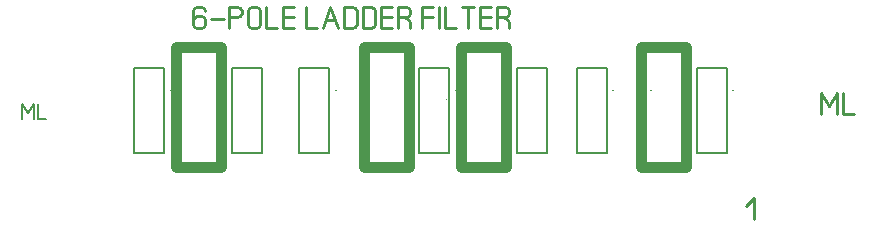
<source format=gbr>
%FSLAX34Y34*%
%MOMM*%
%LNSILK_TOP*%
G71*
G01*
%ADD10C,0.150*%
%ADD11C,0.167*%
%ADD12C,0.111*%
%ADD13C,0.222*%
%ADD14C,0.900*%
%LPD*%
G54D10*
X294625Y69347D02*
X320025Y69346D01*
X320025Y140947D01*
X294625Y140946D01*
X294625Y69347D01*
G54D10*
X453375Y69347D02*
X478775Y69346D01*
X478775Y140947D01*
X453375Y140946D01*
X453375Y69347D01*
G54D11*
X484167Y122002D02*
X484167Y122002D01*
G54D10*
X535925Y69347D02*
X561325Y69346D01*
X561325Y140947D01*
X535925Y140946D01*
X535925Y69347D01*
G54D11*
X649266Y122002D02*
X649266Y122002D01*
G54D10*
X688325Y69347D02*
X713725Y69346D01*
X713725Y140947D01*
X688325Y140946D01*
X688325Y69347D01*
G54D11*
X719116Y122002D02*
X719116Y122002D01*
G54D10*
X212075Y69347D02*
X237475Y69346D01*
X237475Y140947D01*
X212075Y140946D01*
X212075Y69347D01*
G54D11*
X242867Y122002D02*
X242867Y122002D01*
G54D12*
X476250Y114400D02*
X476250Y114400D01*
G54D11*
X116983Y97400D02*
X116983Y110733D01*
X121983Y102400D01*
X126983Y110733D01*
X126983Y97400D01*
G54D11*
X130650Y110733D02*
X130650Y97400D01*
X137650Y97400D01*
G54D13*
X272250Y189362D02*
X270917Y191585D01*
X268250Y192696D01*
X265584Y192696D01*
X262917Y191585D01*
X261584Y189362D01*
X261584Y183807D01*
X261584Y182696D01*
X265584Y184918D01*
X268250Y184918D01*
X270917Y183807D01*
X272250Y181585D01*
X272250Y178251D01*
X270917Y176029D01*
X268250Y174918D01*
X265584Y174918D01*
X262917Y176029D01*
X261584Y178251D01*
X261584Y183807D01*
G54D13*
X277140Y182696D02*
X287806Y182696D01*
G54D13*
X292696Y174918D02*
X292696Y192696D01*
X299362Y192696D01*
X302029Y191585D01*
X303362Y189362D01*
X303362Y187140D01*
X302029Y184918D01*
X299362Y183807D01*
X292696Y183807D01*
G54D13*
X318918Y189362D02*
X318918Y178251D01*
X317585Y176029D01*
X314918Y174918D01*
X312252Y174918D01*
X309585Y176029D01*
X308252Y178251D01*
X308252Y189362D01*
X309585Y191585D01*
X312252Y192696D01*
X314918Y192696D01*
X317585Y191585D01*
X318918Y189362D01*
G54D13*
X323808Y192696D02*
X323808Y174918D01*
X333141Y174918D01*
G54D13*
X347363Y174918D02*
X338030Y174918D01*
X338030Y192696D01*
X347363Y192696D01*
G54D13*
X338030Y183807D02*
X347363Y183807D01*
G54D13*
X357408Y192696D02*
X357408Y174918D01*
X366741Y174918D01*
G54D13*
X371630Y174918D02*
X378296Y192696D01*
X384963Y174918D01*
G54D13*
X374296Y181585D02*
X382296Y181585D01*
G54D13*
X389852Y174918D02*
X389852Y192696D01*
X396518Y192696D01*
X399185Y191585D01*
X400518Y189362D01*
X400518Y178251D01*
X399185Y176029D01*
X396518Y174918D01*
X389852Y174918D01*
G54D13*
X405408Y174918D02*
X405408Y192696D01*
X412074Y192696D01*
X414741Y191585D01*
X416074Y189362D01*
X416074Y178251D01*
X414741Y176029D01*
X412074Y174918D01*
X405408Y174918D01*
G54D13*
X430297Y174918D02*
X420964Y174918D01*
X420964Y192696D01*
X430297Y192696D01*
G54D13*
X420964Y183807D02*
X430297Y183807D01*
G54D13*
X440519Y183807D02*
X444519Y181585D01*
X445852Y179362D01*
X445852Y174918D01*
G54D13*
X435186Y174918D02*
X435186Y192696D01*
X441852Y192696D01*
X444519Y191585D01*
X445852Y189362D01*
X445852Y187140D01*
X444519Y184918D01*
X441852Y183807D01*
X435186Y183807D01*
G54D13*
X455898Y174918D02*
X455898Y192696D01*
X465231Y192696D01*
G54D13*
X455898Y183807D02*
X465231Y183807D01*
G54D13*
X470120Y174918D02*
X470120Y192696D01*
G54D13*
X475009Y192696D02*
X475009Y174918D01*
X484342Y174918D01*
G54D13*
X494564Y174918D02*
X494564Y192696D01*
G54D13*
X489231Y192696D02*
X499897Y192696D01*
G54D13*
X514120Y174918D02*
X504787Y174918D01*
X504787Y192696D01*
X514120Y192696D01*
G54D13*
X504787Y183807D02*
X514120Y183807D01*
G54D13*
X524342Y183807D02*
X528342Y181585D01*
X529675Y179362D01*
X529675Y174918D01*
G54D13*
X519009Y174918D02*
X519009Y192696D01*
X525675Y192696D01*
X528342Y191585D01*
X529675Y189362D01*
X529675Y187140D01*
X528342Y184918D01*
X525675Y183807D01*
X519009Y183807D01*
G54D10*
X351775Y69347D02*
X377175Y69346D01*
X377175Y140947D01*
X351775Y140946D01*
X351775Y69347D01*
G54D11*
X382567Y122002D02*
X382567Y122002D01*
G54D10*
X586725Y69347D02*
X612125Y69346D01*
X612125Y140947D01*
X586725Y140946D01*
X586725Y69347D01*
G54D11*
X617516Y122002D02*
X617516Y122002D01*
G54D13*
X793750Y101700D02*
X793750Y119478D01*
X800417Y108367D01*
X807083Y119478D01*
X807083Y101700D01*
G54D13*
X811972Y119478D02*
X811972Y101700D01*
X821305Y101700D01*
G54D13*
X730250Y23911D02*
X736917Y30578D01*
X736917Y12800D01*
G54D14*
X247650Y158850D02*
X285750Y158850D01*
X285750Y57250D01*
X247650Y57250D01*
X247650Y158850D01*
G54D14*
X406400Y158850D02*
X444500Y158850D01*
X444500Y57250D01*
X406400Y57250D01*
X406400Y158850D01*
G54D14*
X488950Y158850D02*
X527050Y158850D01*
X527050Y57250D01*
X488950Y57250D01*
X488950Y158850D01*
G54D14*
X641350Y158850D02*
X679450Y158850D01*
X679450Y57250D01*
X641350Y57250D01*
X641350Y158850D01*
M02*

</source>
